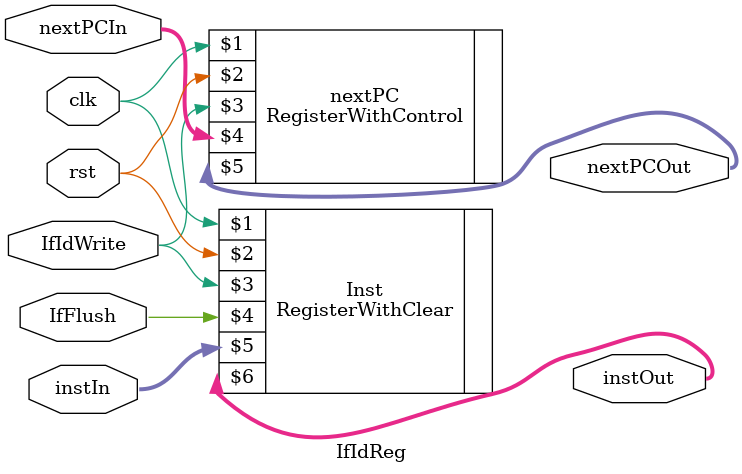
<source format=v>
module IfIdReg(clk, rst, IfIdWrite, IfFlush, nextPCIn, instIn, nextPCOut, instOut);
	input clk, rst, IfIdWrite, IfFlush;
	input [31:0]nextPCIn, instIn;
	output wire[31:0]nextPCOut, instOut;
	
	RegisterWithControl nextPC(clk, rst, IfIdWrite, nextPCIn, nextPCOut);
	RegisterWithClear Inst(clk, rst, IfIdWrite, IfFlush, instIn, instOut);

endmodule
</source>
